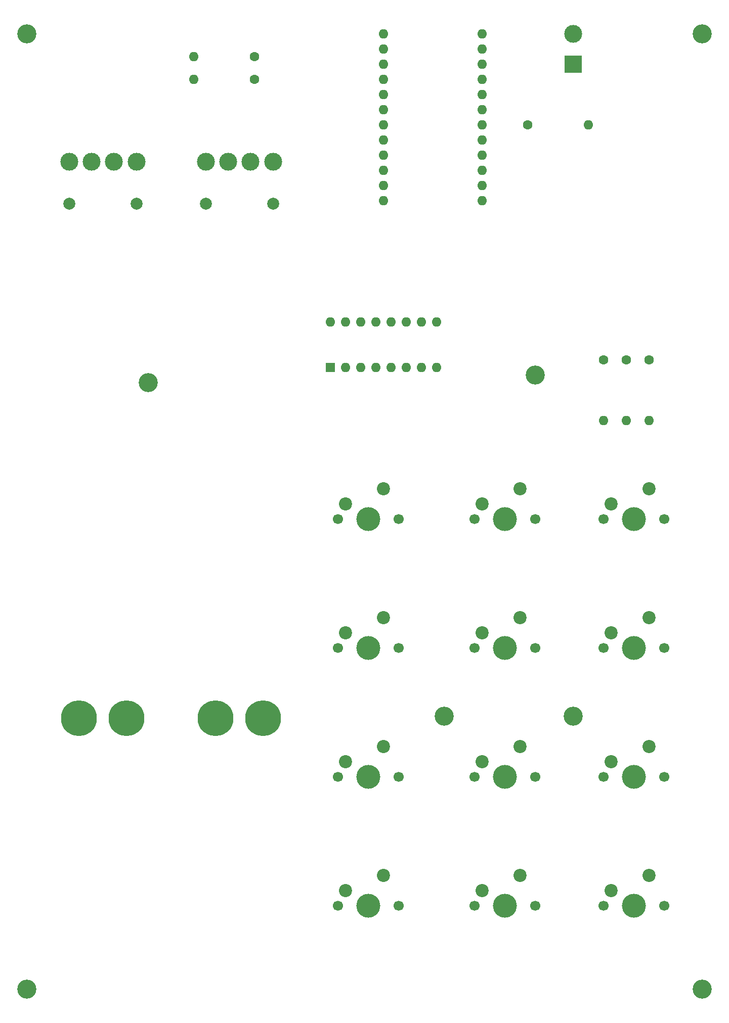
<source format=gbr>
%TF.GenerationSoftware,KiCad,Pcbnew,(5.1.8)-1*%
%TF.CreationDate,2020-12-17T23:53:09+01:00*%
%TF.ProjectId,pcb,7063622e-6b69-4636-9164-5f7063625858,rev?*%
%TF.SameCoordinates,Original*%
%TF.FileFunction,Soldermask,Top*%
%TF.FilePolarity,Negative*%
%FSLAX46Y46*%
G04 Gerber Fmt 4.6, Leading zero omitted, Abs format (unit mm)*
G04 Created by KiCad (PCBNEW (5.1.8)-1) date 2020-12-17 23:53:09*
%MOMM*%
%LPD*%
G01*
G04 APERTURE LIST*
%ADD10C,3.200000*%
%ADD11C,2.000000*%
%ADD12C,6.000000*%
%ADD13C,3.000000*%
%ADD14C,1.700000*%
%ADD15C,4.000000*%
%ADD16C,2.200000*%
%ADD17O,1.600000X1.600000*%
%ADD18R,3.000000X3.000000*%
%ADD19C,1.600000*%
%ADD20R,1.600000X1.600000*%
G04 APERTURE END LIST*
D10*
%TO.C,REF\u002A\u002A*%
X92710000Y-130810000D03*
%TD*%
%TO.C,REF\u002A\u002A*%
X114300000Y-130810000D03*
%TD*%
%TO.C,REF\u002A\u002A*%
X22860000Y-16510000D03*
%TD*%
%TO.C,REF\u002A\u002A*%
X135890000Y-16510000D03*
%TD*%
%TO.C,REF\u002A\u002A*%
X135890000Y-176530000D03*
%TD*%
%TO.C,REF\u002A\u002A*%
X22860000Y-176530000D03*
%TD*%
%TO.C,REF\u002A\u002A*%
X43180000Y-74930000D03*
%TD*%
%TO.C,REF\u002A\u002A*%
X107950000Y-73660000D03*
%TD*%
D11*
%TO.C,MF2*%
X64045000Y-44950000D03*
X52795000Y-44950000D03*
D12*
X54420000Y-131150000D03*
X62420000Y-131150000D03*
D13*
X52795000Y-37950000D03*
X64045000Y-37950000D03*
X60295000Y-37950000D03*
X56545000Y-37950000D03*
%TD*%
D14*
%TO.C,MX1*%
X85090000Y-97790000D03*
X74930000Y-97790000D03*
D15*
X80010000Y-97790000D03*
D16*
X76200000Y-95250000D03*
X82550000Y-92710000D03*
%TD*%
D17*
%TO.C,PM1*%
X82550000Y-16510000D03*
X82550000Y-19050000D03*
X82550000Y-21590000D03*
X82550000Y-24130000D03*
X82550000Y-26670000D03*
X82550000Y-29210000D03*
X82550000Y-31750000D03*
X82550000Y-34290000D03*
X82550000Y-36830000D03*
X82550000Y-39370000D03*
X82550000Y-41910000D03*
X82550000Y-44450000D03*
X99060000Y-16510000D03*
X99060000Y-19050000D03*
X99060000Y-21590000D03*
X99060000Y-24130000D03*
X99060000Y-26670000D03*
X99060000Y-29210000D03*
X99060000Y-31750000D03*
X99060000Y-34290000D03*
X99060000Y-36830000D03*
X99060000Y-39370000D03*
X99060000Y-41910000D03*
X99060000Y-44450000D03*
%TD*%
D18*
%TO.C,J1*%
X114300000Y-21590000D03*
D13*
X114300000Y-16510000D03*
%TD*%
%TO.C,MF1*%
X33685000Y-37950000D03*
X37435000Y-37950000D03*
X41185000Y-37950000D03*
X29935000Y-37950000D03*
D12*
X39560000Y-131150000D03*
X31560000Y-131150000D03*
D11*
X29935000Y-44950000D03*
X41185000Y-44950000D03*
%TD*%
D16*
%TO.C,MX2*%
X105410000Y-92710000D03*
X99060000Y-95250000D03*
D15*
X102870000Y-97790000D03*
D14*
X97790000Y-97790000D03*
X107950000Y-97790000D03*
%TD*%
D16*
%TO.C,MX3*%
X82550000Y-114300000D03*
X76200000Y-116840000D03*
D15*
X80010000Y-119380000D03*
D14*
X74930000Y-119380000D03*
X85090000Y-119380000D03*
%TD*%
%TO.C,MX4*%
X107950000Y-119380000D03*
X97790000Y-119380000D03*
D15*
X102870000Y-119380000D03*
D16*
X99060000Y-116840000D03*
X105410000Y-114300000D03*
%TD*%
D14*
%TO.C,MX5*%
X85090000Y-140970000D03*
X74930000Y-140970000D03*
D15*
X80010000Y-140970000D03*
D16*
X76200000Y-138430000D03*
X82550000Y-135890000D03*
%TD*%
%TO.C,MX6*%
X105410000Y-135890000D03*
X99060000Y-138430000D03*
D15*
X102870000Y-140970000D03*
D14*
X97790000Y-140970000D03*
X107950000Y-140970000D03*
%TD*%
%TO.C,MX7*%
X85090000Y-162560000D03*
X74930000Y-162560000D03*
D15*
X80010000Y-162560000D03*
D16*
X76200000Y-160020000D03*
X82550000Y-157480000D03*
%TD*%
%TO.C,MX8*%
X105410000Y-157480000D03*
X99060000Y-160020000D03*
D15*
X102870000Y-162560000D03*
D14*
X97790000Y-162560000D03*
X107950000Y-162560000D03*
%TD*%
%TO.C,MX9*%
X129540000Y-97790000D03*
X119380000Y-97790000D03*
D15*
X124460000Y-97790000D03*
D16*
X120650000Y-95250000D03*
X127000000Y-92710000D03*
%TD*%
%TO.C,MX10*%
X127000000Y-114300000D03*
X120650000Y-116840000D03*
D15*
X124460000Y-119380000D03*
D14*
X119380000Y-119380000D03*
X129540000Y-119380000D03*
%TD*%
%TO.C,MX11*%
X129540000Y-140970000D03*
X119380000Y-140970000D03*
D15*
X124460000Y-140970000D03*
D16*
X120650000Y-138430000D03*
X127000000Y-135890000D03*
%TD*%
%TO.C,MX12*%
X127000000Y-157480000D03*
X120650000Y-160020000D03*
D15*
X124460000Y-162560000D03*
D14*
X119380000Y-162560000D03*
X129540000Y-162560000D03*
%TD*%
D19*
%TO.C,R1*%
X60960000Y-20320000D03*
D17*
X50800000Y-20320000D03*
%TD*%
%TO.C,R2*%
X50800000Y-24130000D03*
D19*
X60960000Y-24130000D03*
%TD*%
D17*
%TO.C,R3*%
X116840000Y-31750000D03*
D19*
X106680000Y-31750000D03*
%TD*%
%TO.C,R4*%
X123190000Y-71120000D03*
D17*
X123190000Y-81280000D03*
%TD*%
%TO.C,R5*%
X119380000Y-81280000D03*
D19*
X119380000Y-71120000D03*
%TD*%
%TO.C,R6*%
X127000000Y-71120000D03*
D17*
X127000000Y-81280000D03*
%TD*%
D20*
%TO.C,U1*%
X73660000Y-72390000D03*
D17*
X91440000Y-64770000D03*
X76200000Y-72390000D03*
X88900000Y-64770000D03*
X78740000Y-72390000D03*
X86360000Y-64770000D03*
X81280000Y-72390000D03*
X83820000Y-64770000D03*
X83820000Y-72390000D03*
X81280000Y-64770000D03*
X86360000Y-72390000D03*
X78740000Y-64770000D03*
X88900000Y-72390000D03*
X76200000Y-64770000D03*
X91440000Y-72390000D03*
X73660000Y-64770000D03*
%TD*%
M02*

</source>
